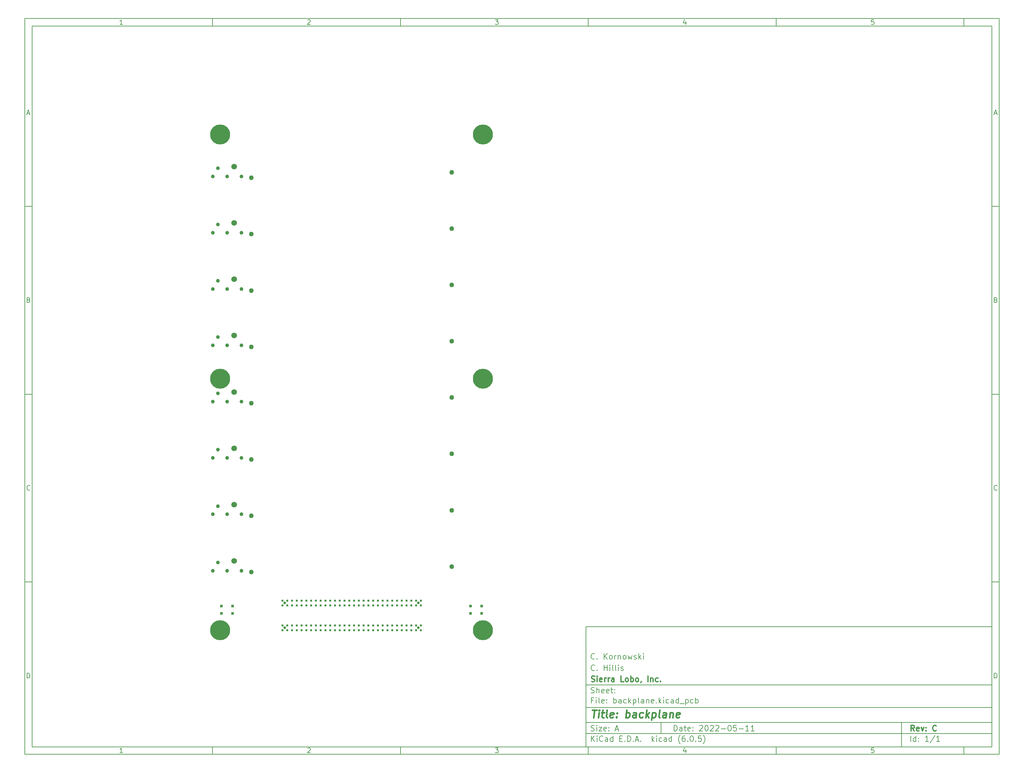
<source format=gbs>
G04 #@! TF.GenerationSoftware,KiCad,Pcbnew,(6.0.5)*
G04 #@! TF.CreationDate,2022-05-19T10:27:32-04:00*
G04 #@! TF.ProjectId,backplane,6261636b-706c-4616-9e65-2e6b69636164,C*
G04 #@! TF.SameCoordinates,Original*
G04 #@! TF.FileFunction,Soldermask,Bot*
G04 #@! TF.FilePolarity,Negative*
%FSLAX46Y46*%
G04 Gerber Fmt 4.6, Leading zero omitted, Abs format (unit mm)*
G04 Created by KiCad (PCBNEW (6.0.5)) date 2022-05-19 10:27:32*
%MOMM*%
%LPD*%
G01*
G04 APERTURE LIST*
%ADD10C,0.100000*%
%ADD11C,0.150000*%
%ADD12C,0.300000*%
%ADD13C,0.400000*%
%ADD14C,1.270000*%
%ADD15C,1.000000*%
%ADD16C,1.500000*%
%ADD17C,5.334000*%
%ADD18C,0.609600*%
%ADD19C,0.740000*%
%ADD20R,0.650000X0.700000*%
G04 APERTURE END LIST*
D10*
D11*
X159400000Y-171900000D02*
X159400000Y-203900000D01*
X267400000Y-203900000D01*
X267400000Y-171900000D01*
X159400000Y-171900000D01*
D10*
D11*
X10000000Y-10000000D02*
X10000000Y-205900000D01*
X269400000Y-205900000D01*
X269400000Y-10000000D01*
X10000000Y-10000000D01*
D10*
D11*
X12000000Y-12000000D02*
X12000000Y-203900000D01*
X267400000Y-203900000D01*
X267400000Y-12000000D01*
X12000000Y-12000000D01*
D10*
D11*
X60000000Y-12000000D02*
X60000000Y-10000000D01*
D10*
D11*
X110000000Y-12000000D02*
X110000000Y-10000000D01*
D10*
D11*
X160000000Y-12000000D02*
X160000000Y-10000000D01*
D10*
D11*
X210000000Y-12000000D02*
X210000000Y-10000000D01*
D10*
D11*
X260000000Y-12000000D02*
X260000000Y-10000000D01*
D10*
D11*
X36065476Y-11588095D02*
X35322619Y-11588095D01*
X35694047Y-11588095D02*
X35694047Y-10288095D01*
X35570238Y-10473809D01*
X35446428Y-10597619D01*
X35322619Y-10659523D01*
D10*
D11*
X85322619Y-10411904D02*
X85384523Y-10350000D01*
X85508333Y-10288095D01*
X85817857Y-10288095D01*
X85941666Y-10350000D01*
X86003571Y-10411904D01*
X86065476Y-10535714D01*
X86065476Y-10659523D01*
X86003571Y-10845238D01*
X85260714Y-11588095D01*
X86065476Y-11588095D01*
D10*
D11*
X135260714Y-10288095D02*
X136065476Y-10288095D01*
X135632142Y-10783333D01*
X135817857Y-10783333D01*
X135941666Y-10845238D01*
X136003571Y-10907142D01*
X136065476Y-11030952D01*
X136065476Y-11340476D01*
X136003571Y-11464285D01*
X135941666Y-11526190D01*
X135817857Y-11588095D01*
X135446428Y-11588095D01*
X135322619Y-11526190D01*
X135260714Y-11464285D01*
D10*
D11*
X185941666Y-10721428D02*
X185941666Y-11588095D01*
X185632142Y-10226190D02*
X185322619Y-11154761D01*
X186127380Y-11154761D01*
D10*
D11*
X236003571Y-10288095D02*
X235384523Y-10288095D01*
X235322619Y-10907142D01*
X235384523Y-10845238D01*
X235508333Y-10783333D01*
X235817857Y-10783333D01*
X235941666Y-10845238D01*
X236003571Y-10907142D01*
X236065476Y-11030952D01*
X236065476Y-11340476D01*
X236003571Y-11464285D01*
X235941666Y-11526190D01*
X235817857Y-11588095D01*
X235508333Y-11588095D01*
X235384523Y-11526190D01*
X235322619Y-11464285D01*
D10*
D11*
X60000000Y-203900000D02*
X60000000Y-205900000D01*
D10*
D11*
X110000000Y-203900000D02*
X110000000Y-205900000D01*
D10*
D11*
X160000000Y-203900000D02*
X160000000Y-205900000D01*
D10*
D11*
X210000000Y-203900000D02*
X210000000Y-205900000D01*
D10*
D11*
X260000000Y-203900000D02*
X260000000Y-205900000D01*
D10*
D11*
X36065476Y-205488095D02*
X35322619Y-205488095D01*
X35694047Y-205488095D02*
X35694047Y-204188095D01*
X35570238Y-204373809D01*
X35446428Y-204497619D01*
X35322619Y-204559523D01*
D10*
D11*
X85322619Y-204311904D02*
X85384523Y-204250000D01*
X85508333Y-204188095D01*
X85817857Y-204188095D01*
X85941666Y-204250000D01*
X86003571Y-204311904D01*
X86065476Y-204435714D01*
X86065476Y-204559523D01*
X86003571Y-204745238D01*
X85260714Y-205488095D01*
X86065476Y-205488095D01*
D10*
D11*
X135260714Y-204188095D02*
X136065476Y-204188095D01*
X135632142Y-204683333D01*
X135817857Y-204683333D01*
X135941666Y-204745238D01*
X136003571Y-204807142D01*
X136065476Y-204930952D01*
X136065476Y-205240476D01*
X136003571Y-205364285D01*
X135941666Y-205426190D01*
X135817857Y-205488095D01*
X135446428Y-205488095D01*
X135322619Y-205426190D01*
X135260714Y-205364285D01*
D10*
D11*
X185941666Y-204621428D02*
X185941666Y-205488095D01*
X185632142Y-204126190D02*
X185322619Y-205054761D01*
X186127380Y-205054761D01*
D10*
D11*
X236003571Y-204188095D02*
X235384523Y-204188095D01*
X235322619Y-204807142D01*
X235384523Y-204745238D01*
X235508333Y-204683333D01*
X235817857Y-204683333D01*
X235941666Y-204745238D01*
X236003571Y-204807142D01*
X236065476Y-204930952D01*
X236065476Y-205240476D01*
X236003571Y-205364285D01*
X235941666Y-205426190D01*
X235817857Y-205488095D01*
X235508333Y-205488095D01*
X235384523Y-205426190D01*
X235322619Y-205364285D01*
D10*
D11*
X10000000Y-60000000D02*
X12000000Y-60000000D01*
D10*
D11*
X10000000Y-110000000D02*
X12000000Y-110000000D01*
D10*
D11*
X10000000Y-160000000D02*
X12000000Y-160000000D01*
D10*
D11*
X10690476Y-35216666D02*
X11309523Y-35216666D01*
X10566666Y-35588095D02*
X11000000Y-34288095D01*
X11433333Y-35588095D01*
D10*
D11*
X11092857Y-84907142D02*
X11278571Y-84969047D01*
X11340476Y-85030952D01*
X11402380Y-85154761D01*
X11402380Y-85340476D01*
X11340476Y-85464285D01*
X11278571Y-85526190D01*
X11154761Y-85588095D01*
X10659523Y-85588095D01*
X10659523Y-84288095D01*
X11092857Y-84288095D01*
X11216666Y-84350000D01*
X11278571Y-84411904D01*
X11340476Y-84535714D01*
X11340476Y-84659523D01*
X11278571Y-84783333D01*
X11216666Y-84845238D01*
X11092857Y-84907142D01*
X10659523Y-84907142D01*
D10*
D11*
X11402380Y-135464285D02*
X11340476Y-135526190D01*
X11154761Y-135588095D01*
X11030952Y-135588095D01*
X10845238Y-135526190D01*
X10721428Y-135402380D01*
X10659523Y-135278571D01*
X10597619Y-135030952D01*
X10597619Y-134845238D01*
X10659523Y-134597619D01*
X10721428Y-134473809D01*
X10845238Y-134350000D01*
X11030952Y-134288095D01*
X11154761Y-134288095D01*
X11340476Y-134350000D01*
X11402380Y-134411904D01*
D10*
D11*
X10659523Y-185588095D02*
X10659523Y-184288095D01*
X10969047Y-184288095D01*
X11154761Y-184350000D01*
X11278571Y-184473809D01*
X11340476Y-184597619D01*
X11402380Y-184845238D01*
X11402380Y-185030952D01*
X11340476Y-185278571D01*
X11278571Y-185402380D01*
X11154761Y-185526190D01*
X10969047Y-185588095D01*
X10659523Y-185588095D01*
D10*
D11*
X269400000Y-60000000D02*
X267400000Y-60000000D01*
D10*
D11*
X269400000Y-110000000D02*
X267400000Y-110000000D01*
D10*
D11*
X269400000Y-160000000D02*
X267400000Y-160000000D01*
D10*
D11*
X268090476Y-35216666D02*
X268709523Y-35216666D01*
X267966666Y-35588095D02*
X268400000Y-34288095D01*
X268833333Y-35588095D01*
D10*
D11*
X268492857Y-84907142D02*
X268678571Y-84969047D01*
X268740476Y-85030952D01*
X268802380Y-85154761D01*
X268802380Y-85340476D01*
X268740476Y-85464285D01*
X268678571Y-85526190D01*
X268554761Y-85588095D01*
X268059523Y-85588095D01*
X268059523Y-84288095D01*
X268492857Y-84288095D01*
X268616666Y-84350000D01*
X268678571Y-84411904D01*
X268740476Y-84535714D01*
X268740476Y-84659523D01*
X268678571Y-84783333D01*
X268616666Y-84845238D01*
X268492857Y-84907142D01*
X268059523Y-84907142D01*
D10*
D11*
X268802380Y-135464285D02*
X268740476Y-135526190D01*
X268554761Y-135588095D01*
X268430952Y-135588095D01*
X268245238Y-135526190D01*
X268121428Y-135402380D01*
X268059523Y-135278571D01*
X267997619Y-135030952D01*
X267997619Y-134845238D01*
X268059523Y-134597619D01*
X268121428Y-134473809D01*
X268245238Y-134350000D01*
X268430952Y-134288095D01*
X268554761Y-134288095D01*
X268740476Y-134350000D01*
X268802380Y-134411904D01*
D10*
D11*
X268059523Y-185588095D02*
X268059523Y-184288095D01*
X268369047Y-184288095D01*
X268554761Y-184350000D01*
X268678571Y-184473809D01*
X268740476Y-184597619D01*
X268802380Y-184845238D01*
X268802380Y-185030952D01*
X268740476Y-185278571D01*
X268678571Y-185402380D01*
X268554761Y-185526190D01*
X268369047Y-185588095D01*
X268059523Y-185588095D01*
D10*
D11*
X182832142Y-199678571D02*
X182832142Y-198178571D01*
X183189285Y-198178571D01*
X183403571Y-198250000D01*
X183546428Y-198392857D01*
X183617857Y-198535714D01*
X183689285Y-198821428D01*
X183689285Y-199035714D01*
X183617857Y-199321428D01*
X183546428Y-199464285D01*
X183403571Y-199607142D01*
X183189285Y-199678571D01*
X182832142Y-199678571D01*
X184975000Y-199678571D02*
X184975000Y-198892857D01*
X184903571Y-198750000D01*
X184760714Y-198678571D01*
X184475000Y-198678571D01*
X184332142Y-198750000D01*
X184975000Y-199607142D02*
X184832142Y-199678571D01*
X184475000Y-199678571D01*
X184332142Y-199607142D01*
X184260714Y-199464285D01*
X184260714Y-199321428D01*
X184332142Y-199178571D01*
X184475000Y-199107142D01*
X184832142Y-199107142D01*
X184975000Y-199035714D01*
X185475000Y-198678571D02*
X186046428Y-198678571D01*
X185689285Y-198178571D02*
X185689285Y-199464285D01*
X185760714Y-199607142D01*
X185903571Y-199678571D01*
X186046428Y-199678571D01*
X187117857Y-199607142D02*
X186975000Y-199678571D01*
X186689285Y-199678571D01*
X186546428Y-199607142D01*
X186475000Y-199464285D01*
X186475000Y-198892857D01*
X186546428Y-198750000D01*
X186689285Y-198678571D01*
X186975000Y-198678571D01*
X187117857Y-198750000D01*
X187189285Y-198892857D01*
X187189285Y-199035714D01*
X186475000Y-199178571D01*
X187832142Y-199535714D02*
X187903571Y-199607142D01*
X187832142Y-199678571D01*
X187760714Y-199607142D01*
X187832142Y-199535714D01*
X187832142Y-199678571D01*
X187832142Y-198750000D02*
X187903571Y-198821428D01*
X187832142Y-198892857D01*
X187760714Y-198821428D01*
X187832142Y-198750000D01*
X187832142Y-198892857D01*
X189617857Y-198321428D02*
X189689285Y-198250000D01*
X189832142Y-198178571D01*
X190189285Y-198178571D01*
X190332142Y-198250000D01*
X190403571Y-198321428D01*
X190475000Y-198464285D01*
X190475000Y-198607142D01*
X190403571Y-198821428D01*
X189546428Y-199678571D01*
X190475000Y-199678571D01*
X191403571Y-198178571D02*
X191546428Y-198178571D01*
X191689285Y-198250000D01*
X191760714Y-198321428D01*
X191832142Y-198464285D01*
X191903571Y-198750000D01*
X191903571Y-199107142D01*
X191832142Y-199392857D01*
X191760714Y-199535714D01*
X191689285Y-199607142D01*
X191546428Y-199678571D01*
X191403571Y-199678571D01*
X191260714Y-199607142D01*
X191189285Y-199535714D01*
X191117857Y-199392857D01*
X191046428Y-199107142D01*
X191046428Y-198750000D01*
X191117857Y-198464285D01*
X191189285Y-198321428D01*
X191260714Y-198250000D01*
X191403571Y-198178571D01*
X192475000Y-198321428D02*
X192546428Y-198250000D01*
X192689285Y-198178571D01*
X193046428Y-198178571D01*
X193189285Y-198250000D01*
X193260714Y-198321428D01*
X193332142Y-198464285D01*
X193332142Y-198607142D01*
X193260714Y-198821428D01*
X192403571Y-199678571D01*
X193332142Y-199678571D01*
X193903571Y-198321428D02*
X193975000Y-198250000D01*
X194117857Y-198178571D01*
X194475000Y-198178571D01*
X194617857Y-198250000D01*
X194689285Y-198321428D01*
X194760714Y-198464285D01*
X194760714Y-198607142D01*
X194689285Y-198821428D01*
X193832142Y-199678571D01*
X194760714Y-199678571D01*
X195403571Y-199107142D02*
X196546428Y-199107142D01*
X197546428Y-198178571D02*
X197689285Y-198178571D01*
X197832142Y-198250000D01*
X197903571Y-198321428D01*
X197975000Y-198464285D01*
X198046428Y-198750000D01*
X198046428Y-199107142D01*
X197975000Y-199392857D01*
X197903571Y-199535714D01*
X197832142Y-199607142D01*
X197689285Y-199678571D01*
X197546428Y-199678571D01*
X197403571Y-199607142D01*
X197332142Y-199535714D01*
X197260714Y-199392857D01*
X197189285Y-199107142D01*
X197189285Y-198750000D01*
X197260714Y-198464285D01*
X197332142Y-198321428D01*
X197403571Y-198250000D01*
X197546428Y-198178571D01*
X199403571Y-198178571D02*
X198689285Y-198178571D01*
X198617857Y-198892857D01*
X198689285Y-198821428D01*
X198832142Y-198750000D01*
X199189285Y-198750000D01*
X199332142Y-198821428D01*
X199403571Y-198892857D01*
X199475000Y-199035714D01*
X199475000Y-199392857D01*
X199403571Y-199535714D01*
X199332142Y-199607142D01*
X199189285Y-199678571D01*
X198832142Y-199678571D01*
X198689285Y-199607142D01*
X198617857Y-199535714D01*
X200117857Y-199107142D02*
X201260714Y-199107142D01*
X202760714Y-199678571D02*
X201903571Y-199678571D01*
X202332142Y-199678571D02*
X202332142Y-198178571D01*
X202189285Y-198392857D01*
X202046428Y-198535714D01*
X201903571Y-198607142D01*
X204189285Y-199678571D02*
X203332142Y-199678571D01*
X203760714Y-199678571D02*
X203760714Y-198178571D01*
X203617857Y-198392857D01*
X203475000Y-198535714D01*
X203332142Y-198607142D01*
D10*
D11*
X159400000Y-200400000D02*
X267400000Y-200400000D01*
D10*
D11*
X160832142Y-202478571D02*
X160832142Y-200978571D01*
X161689285Y-202478571D02*
X161046428Y-201621428D01*
X161689285Y-200978571D02*
X160832142Y-201835714D01*
X162332142Y-202478571D02*
X162332142Y-201478571D01*
X162332142Y-200978571D02*
X162260714Y-201050000D01*
X162332142Y-201121428D01*
X162403571Y-201050000D01*
X162332142Y-200978571D01*
X162332142Y-201121428D01*
X163903571Y-202335714D02*
X163832142Y-202407142D01*
X163617857Y-202478571D01*
X163475000Y-202478571D01*
X163260714Y-202407142D01*
X163117857Y-202264285D01*
X163046428Y-202121428D01*
X162975000Y-201835714D01*
X162975000Y-201621428D01*
X163046428Y-201335714D01*
X163117857Y-201192857D01*
X163260714Y-201050000D01*
X163475000Y-200978571D01*
X163617857Y-200978571D01*
X163832142Y-201050000D01*
X163903571Y-201121428D01*
X165189285Y-202478571D02*
X165189285Y-201692857D01*
X165117857Y-201550000D01*
X164975000Y-201478571D01*
X164689285Y-201478571D01*
X164546428Y-201550000D01*
X165189285Y-202407142D02*
X165046428Y-202478571D01*
X164689285Y-202478571D01*
X164546428Y-202407142D01*
X164475000Y-202264285D01*
X164475000Y-202121428D01*
X164546428Y-201978571D01*
X164689285Y-201907142D01*
X165046428Y-201907142D01*
X165189285Y-201835714D01*
X166546428Y-202478571D02*
X166546428Y-200978571D01*
X166546428Y-202407142D02*
X166403571Y-202478571D01*
X166117857Y-202478571D01*
X165975000Y-202407142D01*
X165903571Y-202335714D01*
X165832142Y-202192857D01*
X165832142Y-201764285D01*
X165903571Y-201621428D01*
X165975000Y-201550000D01*
X166117857Y-201478571D01*
X166403571Y-201478571D01*
X166546428Y-201550000D01*
X168403571Y-201692857D02*
X168903571Y-201692857D01*
X169117857Y-202478571D02*
X168403571Y-202478571D01*
X168403571Y-200978571D01*
X169117857Y-200978571D01*
X169760714Y-202335714D02*
X169832142Y-202407142D01*
X169760714Y-202478571D01*
X169689285Y-202407142D01*
X169760714Y-202335714D01*
X169760714Y-202478571D01*
X170475000Y-202478571D02*
X170475000Y-200978571D01*
X170832142Y-200978571D01*
X171046428Y-201050000D01*
X171189285Y-201192857D01*
X171260714Y-201335714D01*
X171332142Y-201621428D01*
X171332142Y-201835714D01*
X171260714Y-202121428D01*
X171189285Y-202264285D01*
X171046428Y-202407142D01*
X170832142Y-202478571D01*
X170475000Y-202478571D01*
X171975000Y-202335714D02*
X172046428Y-202407142D01*
X171975000Y-202478571D01*
X171903571Y-202407142D01*
X171975000Y-202335714D01*
X171975000Y-202478571D01*
X172617857Y-202050000D02*
X173332142Y-202050000D01*
X172475000Y-202478571D02*
X172975000Y-200978571D01*
X173475000Y-202478571D01*
X173975000Y-202335714D02*
X174046428Y-202407142D01*
X173975000Y-202478571D01*
X173903571Y-202407142D01*
X173975000Y-202335714D01*
X173975000Y-202478571D01*
X176975000Y-202478571D02*
X176975000Y-200978571D01*
X177117857Y-201907142D02*
X177546428Y-202478571D01*
X177546428Y-201478571D02*
X176975000Y-202050000D01*
X178189285Y-202478571D02*
X178189285Y-201478571D01*
X178189285Y-200978571D02*
X178117857Y-201050000D01*
X178189285Y-201121428D01*
X178260714Y-201050000D01*
X178189285Y-200978571D01*
X178189285Y-201121428D01*
X179546428Y-202407142D02*
X179403571Y-202478571D01*
X179117857Y-202478571D01*
X178975000Y-202407142D01*
X178903571Y-202335714D01*
X178832142Y-202192857D01*
X178832142Y-201764285D01*
X178903571Y-201621428D01*
X178975000Y-201550000D01*
X179117857Y-201478571D01*
X179403571Y-201478571D01*
X179546428Y-201550000D01*
X180832142Y-202478571D02*
X180832142Y-201692857D01*
X180760714Y-201550000D01*
X180617857Y-201478571D01*
X180332142Y-201478571D01*
X180189285Y-201550000D01*
X180832142Y-202407142D02*
X180689285Y-202478571D01*
X180332142Y-202478571D01*
X180189285Y-202407142D01*
X180117857Y-202264285D01*
X180117857Y-202121428D01*
X180189285Y-201978571D01*
X180332142Y-201907142D01*
X180689285Y-201907142D01*
X180832142Y-201835714D01*
X182189285Y-202478571D02*
X182189285Y-200978571D01*
X182189285Y-202407142D02*
X182046428Y-202478571D01*
X181760714Y-202478571D01*
X181617857Y-202407142D01*
X181546428Y-202335714D01*
X181475000Y-202192857D01*
X181475000Y-201764285D01*
X181546428Y-201621428D01*
X181617857Y-201550000D01*
X181760714Y-201478571D01*
X182046428Y-201478571D01*
X182189285Y-201550000D01*
X184475000Y-203050000D02*
X184403571Y-202978571D01*
X184260714Y-202764285D01*
X184189285Y-202621428D01*
X184117857Y-202407142D01*
X184046428Y-202050000D01*
X184046428Y-201764285D01*
X184117857Y-201407142D01*
X184189285Y-201192857D01*
X184260714Y-201050000D01*
X184403571Y-200835714D01*
X184475000Y-200764285D01*
X185689285Y-200978571D02*
X185403571Y-200978571D01*
X185260714Y-201050000D01*
X185189285Y-201121428D01*
X185046428Y-201335714D01*
X184975000Y-201621428D01*
X184975000Y-202192857D01*
X185046428Y-202335714D01*
X185117857Y-202407142D01*
X185260714Y-202478571D01*
X185546428Y-202478571D01*
X185689285Y-202407142D01*
X185760714Y-202335714D01*
X185832142Y-202192857D01*
X185832142Y-201835714D01*
X185760714Y-201692857D01*
X185689285Y-201621428D01*
X185546428Y-201550000D01*
X185260714Y-201550000D01*
X185117857Y-201621428D01*
X185046428Y-201692857D01*
X184975000Y-201835714D01*
X186475000Y-202335714D02*
X186546428Y-202407142D01*
X186475000Y-202478571D01*
X186403571Y-202407142D01*
X186475000Y-202335714D01*
X186475000Y-202478571D01*
X187475000Y-200978571D02*
X187617857Y-200978571D01*
X187760714Y-201050000D01*
X187832142Y-201121428D01*
X187903571Y-201264285D01*
X187975000Y-201550000D01*
X187975000Y-201907142D01*
X187903571Y-202192857D01*
X187832142Y-202335714D01*
X187760714Y-202407142D01*
X187617857Y-202478571D01*
X187475000Y-202478571D01*
X187332142Y-202407142D01*
X187260714Y-202335714D01*
X187189285Y-202192857D01*
X187117857Y-201907142D01*
X187117857Y-201550000D01*
X187189285Y-201264285D01*
X187260714Y-201121428D01*
X187332142Y-201050000D01*
X187475000Y-200978571D01*
X188617857Y-202335714D02*
X188689285Y-202407142D01*
X188617857Y-202478571D01*
X188546428Y-202407142D01*
X188617857Y-202335714D01*
X188617857Y-202478571D01*
X190046428Y-200978571D02*
X189332142Y-200978571D01*
X189260714Y-201692857D01*
X189332142Y-201621428D01*
X189475000Y-201550000D01*
X189832142Y-201550000D01*
X189975000Y-201621428D01*
X190046428Y-201692857D01*
X190117857Y-201835714D01*
X190117857Y-202192857D01*
X190046428Y-202335714D01*
X189975000Y-202407142D01*
X189832142Y-202478571D01*
X189475000Y-202478571D01*
X189332142Y-202407142D01*
X189260714Y-202335714D01*
X190617857Y-203050000D02*
X190689285Y-202978571D01*
X190832142Y-202764285D01*
X190903571Y-202621428D01*
X190975000Y-202407142D01*
X191046428Y-202050000D01*
X191046428Y-201764285D01*
X190975000Y-201407142D01*
X190903571Y-201192857D01*
X190832142Y-201050000D01*
X190689285Y-200835714D01*
X190617857Y-200764285D01*
D10*
D11*
X159400000Y-197400000D02*
X267400000Y-197400000D01*
D10*
D12*
X246809285Y-199678571D02*
X246309285Y-198964285D01*
X245952142Y-199678571D02*
X245952142Y-198178571D01*
X246523571Y-198178571D01*
X246666428Y-198250000D01*
X246737857Y-198321428D01*
X246809285Y-198464285D01*
X246809285Y-198678571D01*
X246737857Y-198821428D01*
X246666428Y-198892857D01*
X246523571Y-198964285D01*
X245952142Y-198964285D01*
X248023571Y-199607142D02*
X247880714Y-199678571D01*
X247595000Y-199678571D01*
X247452142Y-199607142D01*
X247380714Y-199464285D01*
X247380714Y-198892857D01*
X247452142Y-198750000D01*
X247595000Y-198678571D01*
X247880714Y-198678571D01*
X248023571Y-198750000D01*
X248095000Y-198892857D01*
X248095000Y-199035714D01*
X247380714Y-199178571D01*
X248595000Y-198678571D02*
X248952142Y-199678571D01*
X249309285Y-198678571D01*
X249880714Y-199535714D02*
X249952142Y-199607142D01*
X249880714Y-199678571D01*
X249809285Y-199607142D01*
X249880714Y-199535714D01*
X249880714Y-199678571D01*
X249880714Y-198750000D02*
X249952142Y-198821428D01*
X249880714Y-198892857D01*
X249809285Y-198821428D01*
X249880714Y-198750000D01*
X249880714Y-198892857D01*
X252595000Y-199535714D02*
X252523571Y-199607142D01*
X252309285Y-199678571D01*
X252166428Y-199678571D01*
X251952142Y-199607142D01*
X251809285Y-199464285D01*
X251737857Y-199321428D01*
X251666428Y-199035714D01*
X251666428Y-198821428D01*
X251737857Y-198535714D01*
X251809285Y-198392857D01*
X251952142Y-198250000D01*
X252166428Y-198178571D01*
X252309285Y-198178571D01*
X252523571Y-198250000D01*
X252595000Y-198321428D01*
D10*
D11*
X160760714Y-199607142D02*
X160975000Y-199678571D01*
X161332142Y-199678571D01*
X161475000Y-199607142D01*
X161546428Y-199535714D01*
X161617857Y-199392857D01*
X161617857Y-199250000D01*
X161546428Y-199107142D01*
X161475000Y-199035714D01*
X161332142Y-198964285D01*
X161046428Y-198892857D01*
X160903571Y-198821428D01*
X160832142Y-198750000D01*
X160760714Y-198607142D01*
X160760714Y-198464285D01*
X160832142Y-198321428D01*
X160903571Y-198250000D01*
X161046428Y-198178571D01*
X161403571Y-198178571D01*
X161617857Y-198250000D01*
X162260714Y-199678571D02*
X162260714Y-198678571D01*
X162260714Y-198178571D02*
X162189285Y-198250000D01*
X162260714Y-198321428D01*
X162332142Y-198250000D01*
X162260714Y-198178571D01*
X162260714Y-198321428D01*
X162832142Y-198678571D02*
X163617857Y-198678571D01*
X162832142Y-199678571D01*
X163617857Y-199678571D01*
X164760714Y-199607142D02*
X164617857Y-199678571D01*
X164332142Y-199678571D01*
X164189285Y-199607142D01*
X164117857Y-199464285D01*
X164117857Y-198892857D01*
X164189285Y-198750000D01*
X164332142Y-198678571D01*
X164617857Y-198678571D01*
X164760714Y-198750000D01*
X164832142Y-198892857D01*
X164832142Y-199035714D01*
X164117857Y-199178571D01*
X165475000Y-199535714D02*
X165546428Y-199607142D01*
X165475000Y-199678571D01*
X165403571Y-199607142D01*
X165475000Y-199535714D01*
X165475000Y-199678571D01*
X165475000Y-198750000D02*
X165546428Y-198821428D01*
X165475000Y-198892857D01*
X165403571Y-198821428D01*
X165475000Y-198750000D01*
X165475000Y-198892857D01*
X167260714Y-199250000D02*
X167975000Y-199250000D01*
X167117857Y-199678571D02*
X167617857Y-198178571D01*
X168117857Y-199678571D01*
D10*
D11*
X245832142Y-202478571D02*
X245832142Y-200978571D01*
X247189285Y-202478571D02*
X247189285Y-200978571D01*
X247189285Y-202407142D02*
X247046428Y-202478571D01*
X246760714Y-202478571D01*
X246617857Y-202407142D01*
X246546428Y-202335714D01*
X246475000Y-202192857D01*
X246475000Y-201764285D01*
X246546428Y-201621428D01*
X246617857Y-201550000D01*
X246760714Y-201478571D01*
X247046428Y-201478571D01*
X247189285Y-201550000D01*
X247903571Y-202335714D02*
X247975000Y-202407142D01*
X247903571Y-202478571D01*
X247832142Y-202407142D01*
X247903571Y-202335714D01*
X247903571Y-202478571D01*
X247903571Y-201550000D02*
X247975000Y-201621428D01*
X247903571Y-201692857D01*
X247832142Y-201621428D01*
X247903571Y-201550000D01*
X247903571Y-201692857D01*
X250546428Y-202478571D02*
X249689285Y-202478571D01*
X250117857Y-202478571D02*
X250117857Y-200978571D01*
X249975000Y-201192857D01*
X249832142Y-201335714D01*
X249689285Y-201407142D01*
X252260714Y-200907142D02*
X250975000Y-202835714D01*
X253546428Y-202478571D02*
X252689285Y-202478571D01*
X253117857Y-202478571D02*
X253117857Y-200978571D01*
X252975000Y-201192857D01*
X252832142Y-201335714D01*
X252689285Y-201407142D01*
D10*
D11*
X159400000Y-193400000D02*
X267400000Y-193400000D01*
D10*
D13*
X161112380Y-194104761D02*
X162255238Y-194104761D01*
X161433809Y-196104761D02*
X161683809Y-194104761D01*
X162671904Y-196104761D02*
X162838571Y-194771428D01*
X162921904Y-194104761D02*
X162814761Y-194200000D01*
X162898095Y-194295238D01*
X163005238Y-194200000D01*
X162921904Y-194104761D01*
X162898095Y-194295238D01*
X163505238Y-194771428D02*
X164267142Y-194771428D01*
X163874285Y-194104761D02*
X163660000Y-195819047D01*
X163731428Y-196009523D01*
X163910000Y-196104761D01*
X164100476Y-196104761D01*
X165052857Y-196104761D02*
X164874285Y-196009523D01*
X164802857Y-195819047D01*
X165017142Y-194104761D01*
X166588571Y-196009523D02*
X166386190Y-196104761D01*
X166005238Y-196104761D01*
X165826666Y-196009523D01*
X165755238Y-195819047D01*
X165850476Y-195057142D01*
X165969523Y-194866666D01*
X166171904Y-194771428D01*
X166552857Y-194771428D01*
X166731428Y-194866666D01*
X166802857Y-195057142D01*
X166779047Y-195247619D01*
X165802857Y-195438095D01*
X167552857Y-195914285D02*
X167636190Y-196009523D01*
X167529047Y-196104761D01*
X167445714Y-196009523D01*
X167552857Y-195914285D01*
X167529047Y-196104761D01*
X167683809Y-194866666D02*
X167767142Y-194961904D01*
X167660000Y-195057142D01*
X167576666Y-194961904D01*
X167683809Y-194866666D01*
X167660000Y-195057142D01*
X170005238Y-196104761D02*
X170255238Y-194104761D01*
X170160000Y-194866666D02*
X170362380Y-194771428D01*
X170743333Y-194771428D01*
X170921904Y-194866666D01*
X171005238Y-194961904D01*
X171076666Y-195152380D01*
X171005238Y-195723809D01*
X170886190Y-195914285D01*
X170779047Y-196009523D01*
X170576666Y-196104761D01*
X170195714Y-196104761D01*
X170017142Y-196009523D01*
X172671904Y-196104761D02*
X172802857Y-195057142D01*
X172731428Y-194866666D01*
X172552857Y-194771428D01*
X172171904Y-194771428D01*
X171969523Y-194866666D01*
X172683809Y-196009523D02*
X172481428Y-196104761D01*
X172005238Y-196104761D01*
X171826666Y-196009523D01*
X171755238Y-195819047D01*
X171779047Y-195628571D01*
X171898095Y-195438095D01*
X172100476Y-195342857D01*
X172576666Y-195342857D01*
X172779047Y-195247619D01*
X174493333Y-196009523D02*
X174290952Y-196104761D01*
X173910000Y-196104761D01*
X173731428Y-196009523D01*
X173648095Y-195914285D01*
X173576666Y-195723809D01*
X173648095Y-195152380D01*
X173767142Y-194961904D01*
X173874285Y-194866666D01*
X174076666Y-194771428D01*
X174457619Y-194771428D01*
X174636190Y-194866666D01*
X175338571Y-196104761D02*
X175588571Y-194104761D01*
X175624285Y-195342857D02*
X176100476Y-196104761D01*
X176267142Y-194771428D02*
X175410000Y-195533333D01*
X177124285Y-194771428D02*
X176874285Y-196771428D01*
X177112380Y-194866666D02*
X177314761Y-194771428D01*
X177695714Y-194771428D01*
X177874285Y-194866666D01*
X177957619Y-194961904D01*
X178029047Y-195152380D01*
X177957619Y-195723809D01*
X177838571Y-195914285D01*
X177731428Y-196009523D01*
X177529047Y-196104761D01*
X177148095Y-196104761D01*
X176969523Y-196009523D01*
X179052857Y-196104761D02*
X178874285Y-196009523D01*
X178802857Y-195819047D01*
X179017142Y-194104761D01*
X180671904Y-196104761D02*
X180802857Y-195057142D01*
X180731428Y-194866666D01*
X180552857Y-194771428D01*
X180171904Y-194771428D01*
X179969523Y-194866666D01*
X180683809Y-196009523D02*
X180481428Y-196104761D01*
X180005238Y-196104761D01*
X179826666Y-196009523D01*
X179755238Y-195819047D01*
X179779047Y-195628571D01*
X179898095Y-195438095D01*
X180100476Y-195342857D01*
X180576666Y-195342857D01*
X180779047Y-195247619D01*
X181790952Y-194771428D02*
X181624285Y-196104761D01*
X181767142Y-194961904D02*
X181874285Y-194866666D01*
X182076666Y-194771428D01*
X182362380Y-194771428D01*
X182540952Y-194866666D01*
X182612380Y-195057142D01*
X182481428Y-196104761D01*
X184207619Y-196009523D02*
X184005238Y-196104761D01*
X183624285Y-196104761D01*
X183445714Y-196009523D01*
X183374285Y-195819047D01*
X183469523Y-195057142D01*
X183588571Y-194866666D01*
X183790952Y-194771428D01*
X184171904Y-194771428D01*
X184350476Y-194866666D01*
X184421904Y-195057142D01*
X184398095Y-195247619D01*
X183421904Y-195438095D01*
D10*
D11*
X161332142Y-191492857D02*
X160832142Y-191492857D01*
X160832142Y-192278571D02*
X160832142Y-190778571D01*
X161546428Y-190778571D01*
X162117857Y-192278571D02*
X162117857Y-191278571D01*
X162117857Y-190778571D02*
X162046428Y-190850000D01*
X162117857Y-190921428D01*
X162189285Y-190850000D01*
X162117857Y-190778571D01*
X162117857Y-190921428D01*
X163046428Y-192278571D02*
X162903571Y-192207142D01*
X162832142Y-192064285D01*
X162832142Y-190778571D01*
X164189285Y-192207142D02*
X164046428Y-192278571D01*
X163760714Y-192278571D01*
X163617857Y-192207142D01*
X163546428Y-192064285D01*
X163546428Y-191492857D01*
X163617857Y-191350000D01*
X163760714Y-191278571D01*
X164046428Y-191278571D01*
X164189285Y-191350000D01*
X164260714Y-191492857D01*
X164260714Y-191635714D01*
X163546428Y-191778571D01*
X164903571Y-192135714D02*
X164975000Y-192207142D01*
X164903571Y-192278571D01*
X164832142Y-192207142D01*
X164903571Y-192135714D01*
X164903571Y-192278571D01*
X164903571Y-191350000D02*
X164975000Y-191421428D01*
X164903571Y-191492857D01*
X164832142Y-191421428D01*
X164903571Y-191350000D01*
X164903571Y-191492857D01*
X166760714Y-192278571D02*
X166760714Y-190778571D01*
X166760714Y-191350000D02*
X166903571Y-191278571D01*
X167189285Y-191278571D01*
X167332142Y-191350000D01*
X167403571Y-191421428D01*
X167475000Y-191564285D01*
X167475000Y-191992857D01*
X167403571Y-192135714D01*
X167332142Y-192207142D01*
X167189285Y-192278571D01*
X166903571Y-192278571D01*
X166760714Y-192207142D01*
X168760714Y-192278571D02*
X168760714Y-191492857D01*
X168689285Y-191350000D01*
X168546428Y-191278571D01*
X168260714Y-191278571D01*
X168117857Y-191350000D01*
X168760714Y-192207142D02*
X168617857Y-192278571D01*
X168260714Y-192278571D01*
X168117857Y-192207142D01*
X168046428Y-192064285D01*
X168046428Y-191921428D01*
X168117857Y-191778571D01*
X168260714Y-191707142D01*
X168617857Y-191707142D01*
X168760714Y-191635714D01*
X170117857Y-192207142D02*
X169975000Y-192278571D01*
X169689285Y-192278571D01*
X169546428Y-192207142D01*
X169475000Y-192135714D01*
X169403571Y-191992857D01*
X169403571Y-191564285D01*
X169475000Y-191421428D01*
X169546428Y-191350000D01*
X169689285Y-191278571D01*
X169975000Y-191278571D01*
X170117857Y-191350000D01*
X170760714Y-192278571D02*
X170760714Y-190778571D01*
X170903571Y-191707142D02*
X171332142Y-192278571D01*
X171332142Y-191278571D02*
X170760714Y-191850000D01*
X171975000Y-191278571D02*
X171975000Y-192778571D01*
X171975000Y-191350000D02*
X172117857Y-191278571D01*
X172403571Y-191278571D01*
X172546428Y-191350000D01*
X172617857Y-191421428D01*
X172689285Y-191564285D01*
X172689285Y-191992857D01*
X172617857Y-192135714D01*
X172546428Y-192207142D01*
X172403571Y-192278571D01*
X172117857Y-192278571D01*
X171975000Y-192207142D01*
X173546428Y-192278571D02*
X173403571Y-192207142D01*
X173332142Y-192064285D01*
X173332142Y-190778571D01*
X174760714Y-192278571D02*
X174760714Y-191492857D01*
X174689285Y-191350000D01*
X174546428Y-191278571D01*
X174260714Y-191278571D01*
X174117857Y-191350000D01*
X174760714Y-192207142D02*
X174617857Y-192278571D01*
X174260714Y-192278571D01*
X174117857Y-192207142D01*
X174046428Y-192064285D01*
X174046428Y-191921428D01*
X174117857Y-191778571D01*
X174260714Y-191707142D01*
X174617857Y-191707142D01*
X174760714Y-191635714D01*
X175475000Y-191278571D02*
X175475000Y-192278571D01*
X175475000Y-191421428D02*
X175546428Y-191350000D01*
X175689285Y-191278571D01*
X175903571Y-191278571D01*
X176046428Y-191350000D01*
X176117857Y-191492857D01*
X176117857Y-192278571D01*
X177403571Y-192207142D02*
X177260714Y-192278571D01*
X176975000Y-192278571D01*
X176832142Y-192207142D01*
X176760714Y-192064285D01*
X176760714Y-191492857D01*
X176832142Y-191350000D01*
X176975000Y-191278571D01*
X177260714Y-191278571D01*
X177403571Y-191350000D01*
X177475000Y-191492857D01*
X177475000Y-191635714D01*
X176760714Y-191778571D01*
X178117857Y-192135714D02*
X178189285Y-192207142D01*
X178117857Y-192278571D01*
X178046428Y-192207142D01*
X178117857Y-192135714D01*
X178117857Y-192278571D01*
X178832142Y-192278571D02*
X178832142Y-190778571D01*
X178975000Y-191707142D02*
X179403571Y-192278571D01*
X179403571Y-191278571D02*
X178832142Y-191850000D01*
X180046428Y-192278571D02*
X180046428Y-191278571D01*
X180046428Y-190778571D02*
X179975000Y-190850000D01*
X180046428Y-190921428D01*
X180117857Y-190850000D01*
X180046428Y-190778571D01*
X180046428Y-190921428D01*
X181403571Y-192207142D02*
X181260714Y-192278571D01*
X180975000Y-192278571D01*
X180832142Y-192207142D01*
X180760714Y-192135714D01*
X180689285Y-191992857D01*
X180689285Y-191564285D01*
X180760714Y-191421428D01*
X180832142Y-191350000D01*
X180975000Y-191278571D01*
X181260714Y-191278571D01*
X181403571Y-191350000D01*
X182689285Y-192278571D02*
X182689285Y-191492857D01*
X182617857Y-191350000D01*
X182475000Y-191278571D01*
X182189285Y-191278571D01*
X182046428Y-191350000D01*
X182689285Y-192207142D02*
X182546428Y-192278571D01*
X182189285Y-192278571D01*
X182046428Y-192207142D01*
X181975000Y-192064285D01*
X181975000Y-191921428D01*
X182046428Y-191778571D01*
X182189285Y-191707142D01*
X182546428Y-191707142D01*
X182689285Y-191635714D01*
X184046428Y-192278571D02*
X184046428Y-190778571D01*
X184046428Y-192207142D02*
X183903571Y-192278571D01*
X183617857Y-192278571D01*
X183475000Y-192207142D01*
X183403571Y-192135714D01*
X183332142Y-191992857D01*
X183332142Y-191564285D01*
X183403571Y-191421428D01*
X183475000Y-191350000D01*
X183617857Y-191278571D01*
X183903571Y-191278571D01*
X184046428Y-191350000D01*
X184403571Y-192421428D02*
X185546428Y-192421428D01*
X185903571Y-191278571D02*
X185903571Y-192778571D01*
X185903571Y-191350000D02*
X186046428Y-191278571D01*
X186332142Y-191278571D01*
X186475000Y-191350000D01*
X186546428Y-191421428D01*
X186617857Y-191564285D01*
X186617857Y-191992857D01*
X186546428Y-192135714D01*
X186475000Y-192207142D01*
X186332142Y-192278571D01*
X186046428Y-192278571D01*
X185903571Y-192207142D01*
X187903571Y-192207142D02*
X187760714Y-192278571D01*
X187475000Y-192278571D01*
X187332142Y-192207142D01*
X187260714Y-192135714D01*
X187189285Y-191992857D01*
X187189285Y-191564285D01*
X187260714Y-191421428D01*
X187332142Y-191350000D01*
X187475000Y-191278571D01*
X187760714Y-191278571D01*
X187903571Y-191350000D01*
X188546428Y-192278571D02*
X188546428Y-190778571D01*
X188546428Y-191350000D02*
X188689285Y-191278571D01*
X188975000Y-191278571D01*
X189117857Y-191350000D01*
X189189285Y-191421428D01*
X189260714Y-191564285D01*
X189260714Y-191992857D01*
X189189285Y-192135714D01*
X189117857Y-192207142D01*
X188975000Y-192278571D01*
X188689285Y-192278571D01*
X188546428Y-192207142D01*
D10*
D11*
X159400000Y-187400000D02*
X267400000Y-187400000D01*
D10*
D11*
X160760714Y-189507142D02*
X160975000Y-189578571D01*
X161332142Y-189578571D01*
X161475000Y-189507142D01*
X161546428Y-189435714D01*
X161617857Y-189292857D01*
X161617857Y-189150000D01*
X161546428Y-189007142D01*
X161475000Y-188935714D01*
X161332142Y-188864285D01*
X161046428Y-188792857D01*
X160903571Y-188721428D01*
X160832142Y-188650000D01*
X160760714Y-188507142D01*
X160760714Y-188364285D01*
X160832142Y-188221428D01*
X160903571Y-188150000D01*
X161046428Y-188078571D01*
X161403571Y-188078571D01*
X161617857Y-188150000D01*
X162260714Y-189578571D02*
X162260714Y-188078571D01*
X162903571Y-189578571D02*
X162903571Y-188792857D01*
X162832142Y-188650000D01*
X162689285Y-188578571D01*
X162475000Y-188578571D01*
X162332142Y-188650000D01*
X162260714Y-188721428D01*
X164189285Y-189507142D02*
X164046428Y-189578571D01*
X163760714Y-189578571D01*
X163617857Y-189507142D01*
X163546428Y-189364285D01*
X163546428Y-188792857D01*
X163617857Y-188650000D01*
X163760714Y-188578571D01*
X164046428Y-188578571D01*
X164189285Y-188650000D01*
X164260714Y-188792857D01*
X164260714Y-188935714D01*
X163546428Y-189078571D01*
X165475000Y-189507142D02*
X165332142Y-189578571D01*
X165046428Y-189578571D01*
X164903571Y-189507142D01*
X164832142Y-189364285D01*
X164832142Y-188792857D01*
X164903571Y-188650000D01*
X165046428Y-188578571D01*
X165332142Y-188578571D01*
X165475000Y-188650000D01*
X165546428Y-188792857D01*
X165546428Y-188935714D01*
X164832142Y-189078571D01*
X165975000Y-188578571D02*
X166546428Y-188578571D01*
X166189285Y-188078571D02*
X166189285Y-189364285D01*
X166260714Y-189507142D01*
X166403571Y-189578571D01*
X166546428Y-189578571D01*
X167046428Y-189435714D02*
X167117857Y-189507142D01*
X167046428Y-189578571D01*
X166975000Y-189507142D01*
X167046428Y-189435714D01*
X167046428Y-189578571D01*
X167046428Y-188650000D02*
X167117857Y-188721428D01*
X167046428Y-188792857D01*
X166975000Y-188721428D01*
X167046428Y-188650000D01*
X167046428Y-188792857D01*
D10*
D12*
X160880714Y-186507142D02*
X161095000Y-186578571D01*
X161452142Y-186578571D01*
X161595000Y-186507142D01*
X161666428Y-186435714D01*
X161737857Y-186292857D01*
X161737857Y-186150000D01*
X161666428Y-186007142D01*
X161595000Y-185935714D01*
X161452142Y-185864285D01*
X161166428Y-185792857D01*
X161023571Y-185721428D01*
X160952142Y-185650000D01*
X160880714Y-185507142D01*
X160880714Y-185364285D01*
X160952142Y-185221428D01*
X161023571Y-185150000D01*
X161166428Y-185078571D01*
X161523571Y-185078571D01*
X161737857Y-185150000D01*
X162380714Y-186578571D02*
X162380714Y-185578571D01*
X162380714Y-185078571D02*
X162309285Y-185150000D01*
X162380714Y-185221428D01*
X162452142Y-185150000D01*
X162380714Y-185078571D01*
X162380714Y-185221428D01*
X163666428Y-186507142D02*
X163523571Y-186578571D01*
X163237857Y-186578571D01*
X163095000Y-186507142D01*
X163023571Y-186364285D01*
X163023571Y-185792857D01*
X163095000Y-185650000D01*
X163237857Y-185578571D01*
X163523571Y-185578571D01*
X163666428Y-185650000D01*
X163737857Y-185792857D01*
X163737857Y-185935714D01*
X163023571Y-186078571D01*
X164380714Y-186578571D02*
X164380714Y-185578571D01*
X164380714Y-185864285D02*
X164452142Y-185721428D01*
X164523571Y-185650000D01*
X164666428Y-185578571D01*
X164809285Y-185578571D01*
X165309285Y-186578571D02*
X165309285Y-185578571D01*
X165309285Y-185864285D02*
X165380714Y-185721428D01*
X165452142Y-185650000D01*
X165595000Y-185578571D01*
X165737857Y-185578571D01*
X166880714Y-186578571D02*
X166880714Y-185792857D01*
X166809285Y-185650000D01*
X166666428Y-185578571D01*
X166380714Y-185578571D01*
X166237857Y-185650000D01*
X166880714Y-186507142D02*
X166737857Y-186578571D01*
X166380714Y-186578571D01*
X166237857Y-186507142D01*
X166166428Y-186364285D01*
X166166428Y-186221428D01*
X166237857Y-186078571D01*
X166380714Y-186007142D01*
X166737857Y-186007142D01*
X166880714Y-185935714D01*
X169452142Y-186578571D02*
X168737857Y-186578571D01*
X168737857Y-185078571D01*
X170166428Y-186578571D02*
X170023571Y-186507142D01*
X169952142Y-186435714D01*
X169880714Y-186292857D01*
X169880714Y-185864285D01*
X169952142Y-185721428D01*
X170023571Y-185650000D01*
X170166428Y-185578571D01*
X170380714Y-185578571D01*
X170523571Y-185650000D01*
X170595000Y-185721428D01*
X170666428Y-185864285D01*
X170666428Y-186292857D01*
X170595000Y-186435714D01*
X170523571Y-186507142D01*
X170380714Y-186578571D01*
X170166428Y-186578571D01*
X171309285Y-186578571D02*
X171309285Y-185078571D01*
X171309285Y-185650000D02*
X171452142Y-185578571D01*
X171737857Y-185578571D01*
X171880714Y-185650000D01*
X171952142Y-185721428D01*
X172023571Y-185864285D01*
X172023571Y-186292857D01*
X171952142Y-186435714D01*
X171880714Y-186507142D01*
X171737857Y-186578571D01*
X171452142Y-186578571D01*
X171309285Y-186507142D01*
X172880714Y-186578571D02*
X172737857Y-186507142D01*
X172666428Y-186435714D01*
X172595000Y-186292857D01*
X172595000Y-185864285D01*
X172666428Y-185721428D01*
X172737857Y-185650000D01*
X172880714Y-185578571D01*
X173095000Y-185578571D01*
X173237857Y-185650000D01*
X173309285Y-185721428D01*
X173380714Y-185864285D01*
X173380714Y-186292857D01*
X173309285Y-186435714D01*
X173237857Y-186507142D01*
X173095000Y-186578571D01*
X172880714Y-186578571D01*
X174095000Y-186507142D02*
X174095000Y-186578571D01*
X174023571Y-186721428D01*
X173952142Y-186792857D01*
X175880714Y-186578571D02*
X175880714Y-185078571D01*
X176595000Y-185578571D02*
X176595000Y-186578571D01*
X176595000Y-185721428D02*
X176666428Y-185650000D01*
X176809285Y-185578571D01*
X177023571Y-185578571D01*
X177166428Y-185650000D01*
X177237857Y-185792857D01*
X177237857Y-186578571D01*
X178595000Y-186507142D02*
X178452142Y-186578571D01*
X178166428Y-186578571D01*
X178023571Y-186507142D01*
X177952142Y-186435714D01*
X177880714Y-186292857D01*
X177880714Y-185864285D01*
X177952142Y-185721428D01*
X178023571Y-185650000D01*
X178166428Y-185578571D01*
X178452142Y-185578571D01*
X178595000Y-185650000D01*
X179237857Y-186435714D02*
X179309285Y-186507142D01*
X179237857Y-186578571D01*
X179166428Y-186507142D01*
X179237857Y-186435714D01*
X179237857Y-186578571D01*
D10*
D11*
X161689285Y-183435714D02*
X161617857Y-183507142D01*
X161403571Y-183578571D01*
X161260714Y-183578571D01*
X161046428Y-183507142D01*
X160903571Y-183364285D01*
X160832142Y-183221428D01*
X160760714Y-182935714D01*
X160760714Y-182721428D01*
X160832142Y-182435714D01*
X160903571Y-182292857D01*
X161046428Y-182150000D01*
X161260714Y-182078571D01*
X161403571Y-182078571D01*
X161617857Y-182150000D01*
X161689285Y-182221428D01*
X162332142Y-183435714D02*
X162403571Y-183507142D01*
X162332142Y-183578571D01*
X162260714Y-183507142D01*
X162332142Y-183435714D01*
X162332142Y-183578571D01*
X164189285Y-183578571D02*
X164189285Y-182078571D01*
X164189285Y-182792857D02*
X165046428Y-182792857D01*
X165046428Y-183578571D02*
X165046428Y-182078571D01*
X165760714Y-183578571D02*
X165760714Y-182578571D01*
X165760714Y-182078571D02*
X165689285Y-182150000D01*
X165760714Y-182221428D01*
X165832142Y-182150000D01*
X165760714Y-182078571D01*
X165760714Y-182221428D01*
X166689285Y-183578571D02*
X166546428Y-183507142D01*
X166475000Y-183364285D01*
X166475000Y-182078571D01*
X167475000Y-183578571D02*
X167332142Y-183507142D01*
X167260714Y-183364285D01*
X167260714Y-182078571D01*
X168046428Y-183578571D02*
X168046428Y-182578571D01*
X168046428Y-182078571D02*
X167975000Y-182150000D01*
X168046428Y-182221428D01*
X168117857Y-182150000D01*
X168046428Y-182078571D01*
X168046428Y-182221428D01*
X168689285Y-183507142D02*
X168832142Y-183578571D01*
X169117857Y-183578571D01*
X169260714Y-183507142D01*
X169332142Y-183364285D01*
X169332142Y-183292857D01*
X169260714Y-183150000D01*
X169117857Y-183078571D01*
X168903571Y-183078571D01*
X168760714Y-183007142D01*
X168689285Y-182864285D01*
X168689285Y-182792857D01*
X168760714Y-182650000D01*
X168903571Y-182578571D01*
X169117857Y-182578571D01*
X169260714Y-182650000D01*
D10*
D11*
X161689285Y-180435714D02*
X161617857Y-180507142D01*
X161403571Y-180578571D01*
X161260714Y-180578571D01*
X161046428Y-180507142D01*
X160903571Y-180364285D01*
X160832142Y-180221428D01*
X160760714Y-179935714D01*
X160760714Y-179721428D01*
X160832142Y-179435714D01*
X160903571Y-179292857D01*
X161046428Y-179150000D01*
X161260714Y-179078571D01*
X161403571Y-179078571D01*
X161617857Y-179150000D01*
X161689285Y-179221428D01*
X162332142Y-180435714D02*
X162403571Y-180507142D01*
X162332142Y-180578571D01*
X162260714Y-180507142D01*
X162332142Y-180435714D01*
X162332142Y-180578571D01*
X164189285Y-180578571D02*
X164189285Y-179078571D01*
X165046428Y-180578571D02*
X164403571Y-179721428D01*
X165046428Y-179078571D02*
X164189285Y-179935714D01*
X165903571Y-180578571D02*
X165760714Y-180507142D01*
X165689285Y-180435714D01*
X165617857Y-180292857D01*
X165617857Y-179864285D01*
X165689285Y-179721428D01*
X165760714Y-179650000D01*
X165903571Y-179578571D01*
X166117857Y-179578571D01*
X166260714Y-179650000D01*
X166332142Y-179721428D01*
X166403571Y-179864285D01*
X166403571Y-180292857D01*
X166332142Y-180435714D01*
X166260714Y-180507142D01*
X166117857Y-180578571D01*
X165903571Y-180578571D01*
X167046428Y-180578571D02*
X167046428Y-179578571D01*
X167046428Y-179864285D02*
X167117857Y-179721428D01*
X167189285Y-179650000D01*
X167332142Y-179578571D01*
X167475000Y-179578571D01*
X167975000Y-179578571D02*
X167975000Y-180578571D01*
X167975000Y-179721428D02*
X168046428Y-179650000D01*
X168189285Y-179578571D01*
X168403571Y-179578571D01*
X168546428Y-179650000D01*
X168617857Y-179792857D01*
X168617857Y-180578571D01*
X169546428Y-180578571D02*
X169403571Y-180507142D01*
X169332142Y-180435714D01*
X169260714Y-180292857D01*
X169260714Y-179864285D01*
X169332142Y-179721428D01*
X169403571Y-179650000D01*
X169546428Y-179578571D01*
X169760714Y-179578571D01*
X169903571Y-179650000D01*
X169975000Y-179721428D01*
X170046428Y-179864285D01*
X170046428Y-180292857D01*
X169975000Y-180435714D01*
X169903571Y-180507142D01*
X169760714Y-180578571D01*
X169546428Y-180578571D01*
X170546428Y-179578571D02*
X170832142Y-180578571D01*
X171117857Y-179864285D01*
X171403571Y-180578571D01*
X171689285Y-179578571D01*
X172189285Y-180507142D02*
X172332142Y-180578571D01*
X172617857Y-180578571D01*
X172760714Y-180507142D01*
X172832142Y-180364285D01*
X172832142Y-180292857D01*
X172760714Y-180150000D01*
X172617857Y-180078571D01*
X172403571Y-180078571D01*
X172260714Y-180007142D01*
X172189285Y-179864285D01*
X172189285Y-179792857D01*
X172260714Y-179650000D01*
X172403571Y-179578571D01*
X172617857Y-179578571D01*
X172760714Y-179650000D01*
X173475000Y-180578571D02*
X173475000Y-179078571D01*
X173617857Y-180007142D02*
X174046428Y-180578571D01*
X174046428Y-179578571D02*
X173475000Y-180150000D01*
X174689285Y-180578571D02*
X174689285Y-179578571D01*
X174689285Y-179078571D02*
X174617857Y-179150000D01*
X174689285Y-179221428D01*
X174760714Y-179150000D01*
X174689285Y-179078571D01*
X174689285Y-179221428D01*
D10*
D11*
D10*
D11*
D10*
D11*
X179400000Y-197400000D02*
X179400000Y-200400000D01*
D10*
D11*
X243400000Y-197400000D02*
X243400000Y-203900000D01*
D14*
X70300009Y-157399993D03*
D15*
X61470009Y-154799993D03*
X63870009Y-156999993D03*
X67670009Y-156999993D03*
X60070009Y-156999993D03*
D14*
X123700009Y-155899993D03*
D16*
X65770009Y-154409993D03*
X65770000Y-139410000D03*
D14*
X70300000Y-142400000D03*
D15*
X63870000Y-142000000D03*
X60070000Y-142000000D03*
D14*
X123700000Y-140900000D03*
D15*
X61470000Y-139800000D03*
X67670000Y-142000000D03*
X61470000Y-124800000D03*
X63870000Y-127000000D03*
X60070000Y-127000000D03*
D14*
X123700000Y-125900000D03*
X70300000Y-127400000D03*
D15*
X67670000Y-127000000D03*
D16*
X65770000Y-124410000D03*
X65770000Y-109410000D03*
D14*
X123700000Y-110900000D03*
X70300000Y-112400000D03*
D15*
X60070000Y-112000000D03*
X67670000Y-112000000D03*
X63870000Y-112000000D03*
X61470000Y-109800000D03*
X60070000Y-97000000D03*
X63870000Y-97000000D03*
X67670000Y-97000000D03*
D14*
X70300000Y-97400000D03*
D16*
X65770000Y-94410000D03*
D15*
X61470000Y-94800000D03*
D14*
X123700000Y-95900000D03*
D15*
X61470000Y-79800000D03*
D14*
X70300000Y-82400000D03*
D15*
X67670000Y-82000000D03*
X60070000Y-82000000D03*
X63870000Y-82000000D03*
D14*
X123700000Y-80900000D03*
D16*
X65770000Y-79410000D03*
D15*
X61470000Y-64800000D03*
X60070000Y-67000000D03*
D14*
X70300000Y-67400000D03*
D15*
X63870000Y-67000000D03*
D14*
X123700000Y-65900000D03*
D15*
X67670000Y-67000000D03*
D16*
X65770000Y-64410000D03*
D14*
X70300000Y-52400000D03*
X123700000Y-50900000D03*
D15*
X61470000Y-49800000D03*
D16*
X65770000Y-49410000D03*
D15*
X63870000Y-52000000D03*
X60070000Y-52000000D03*
X67670000Y-52000000D03*
D17*
X62000000Y-40900000D03*
X62000000Y-172900000D03*
X132000000Y-172900000D03*
X132000000Y-105900000D03*
X62000000Y-105900000D03*
X132000000Y-40900000D03*
D18*
X87475000Y-172852000D03*
X87475000Y-171582000D03*
X90015000Y-171582000D03*
X98905000Y-171582000D03*
X91285000Y-171582000D03*
X83665000Y-172852000D03*
X88745000Y-172852000D03*
X109065000Y-171582000D03*
D19*
X114780000Y-172217000D03*
D18*
X83665000Y-171582000D03*
X79855000Y-172852000D03*
X93825000Y-172852000D03*
X101445000Y-172852000D03*
X101445000Y-171582000D03*
X110335000Y-172852000D03*
X97635000Y-172852000D03*
X86205000Y-172852000D03*
X112875000Y-172852000D03*
X81125000Y-171582000D03*
X114145000Y-171582000D03*
X115415000Y-171582000D03*
X82395000Y-172852000D03*
X81125000Y-172852000D03*
X103985000Y-172852000D03*
X107795000Y-171582000D03*
X100175000Y-171582000D03*
D19*
X79220000Y-172217000D03*
D18*
X92555000Y-172852000D03*
X78585000Y-171582000D03*
X102715000Y-171582000D03*
X90015000Y-172852000D03*
X84935000Y-172852000D03*
X106525000Y-171582000D03*
X100175000Y-172852000D03*
X88745000Y-171582000D03*
X97635000Y-171582000D03*
X91285000Y-172852000D03*
X111605000Y-171582000D03*
X95095000Y-172852000D03*
X114145000Y-172852000D03*
X98905000Y-172852000D03*
X107795000Y-172852000D03*
X96365000Y-171582000D03*
X103985000Y-171582000D03*
X105255000Y-171582000D03*
X84935000Y-171582000D03*
X95095000Y-171582000D03*
X79855000Y-171582000D03*
X92555000Y-171582000D03*
X109065000Y-172852000D03*
X105255000Y-172852000D03*
X106525000Y-172852000D03*
X112875000Y-171582000D03*
X86205000Y-171582000D03*
X110335000Y-171582000D03*
X93825000Y-171582000D03*
X115415000Y-172852000D03*
X82395000Y-171582000D03*
X102715000Y-172852000D03*
X78585000Y-172852000D03*
X96365000Y-172852000D03*
X111605000Y-172852000D03*
X79855000Y-164978000D03*
X88745000Y-164978000D03*
X81125000Y-166248000D03*
X107795000Y-166248000D03*
X93825000Y-164978000D03*
X97635000Y-166248000D03*
X112875000Y-166248000D03*
X97635000Y-164978000D03*
X115415000Y-166248000D03*
D19*
X79220000Y-165613000D03*
D18*
X103985000Y-166248000D03*
X90015000Y-166248000D03*
X110335000Y-166248000D03*
X98905000Y-164978000D03*
X82395000Y-164978000D03*
X96365000Y-164978000D03*
X114145000Y-166248000D03*
X109065000Y-164978000D03*
X110335000Y-164978000D03*
X86205000Y-166248000D03*
X101445000Y-164978000D03*
X82395000Y-166248000D03*
X112875000Y-164978000D03*
X86205000Y-164978000D03*
X109065000Y-166248000D03*
X105255000Y-164978000D03*
X114145000Y-164978000D03*
D19*
X114780000Y-165613000D03*
D18*
X79855000Y-166248000D03*
X78585000Y-166248000D03*
X100175000Y-164978000D03*
X78585000Y-164978000D03*
X111605000Y-164978000D03*
X84935000Y-164978000D03*
X81125000Y-164978000D03*
X115415000Y-164978000D03*
X84935000Y-166248000D03*
X93825000Y-166248000D03*
X90015000Y-164978000D03*
X101445000Y-166248000D03*
X106525000Y-166248000D03*
X103985000Y-164978000D03*
X102715000Y-164978000D03*
X107795000Y-164978000D03*
X106525000Y-164978000D03*
X91285000Y-166248000D03*
X87475000Y-164978000D03*
X83665000Y-164978000D03*
X96365000Y-166248000D03*
X92555000Y-166248000D03*
X91285000Y-164978000D03*
X92555000Y-164978000D03*
X88745000Y-166248000D03*
X98905000Y-166248000D03*
X111605000Y-166248000D03*
X100175000Y-166248000D03*
X87475000Y-166248000D03*
X95095000Y-164978000D03*
X83665000Y-166248000D03*
X95095000Y-166248000D03*
X105255000Y-166248000D03*
X102715000Y-166248000D03*
D20*
X65325000Y-168350000D03*
X62375000Y-168350000D03*
X62375000Y-166450000D03*
X65325000Y-166450000D03*
X131625000Y-168350000D03*
X128675000Y-168350000D03*
X131625000Y-166450000D03*
X128675000Y-166450000D03*
M02*

</source>
